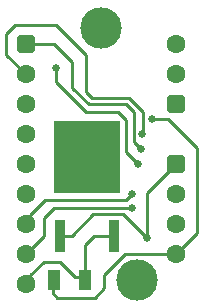
<source format=gbl>
G04*
G04 #@! TF.GenerationSoftware,Altium Limited,Altium Designer,25.1.2 (22)*
G04*
G04 Layer_Physical_Order=2*
G04 Layer_Color=16711680*
%FSLAX25Y25*%
%MOIN*%
G70*
G04*
G04 #@! TF.SameCoordinates,DC056F1D-8049-40C2-8729-A4453FB46455*
G04*
G04*
G04 #@! TF.FilePolarity,Positive*
G04*
G01*
G75*
%ADD16R,0.04331X0.06693*%
%ADD25C,0.01000*%
%ADD26C,0.06299*%
G04:AMPARAMS|DCode=27|XSize=62.99mil|YSize=62.99mil|CornerRadius=15.75mil|HoleSize=0mil|Usage=FLASHONLY|Rotation=270.000|XOffset=0mil|YOffset=0mil|HoleType=Round|Shape=RoundedRectangle|*
%AMROUNDEDRECTD27*
21,1,0.06299,0.03150,0,0,270.0*
21,1,0.03150,0.06299,0,0,270.0*
1,1,0.03150,-0.01575,-0.01575*
1,1,0.03150,-0.01575,0.01575*
1,1,0.03150,0.01575,0.01575*
1,1,0.03150,0.01575,-0.01575*
%
%ADD27ROUNDEDRECTD27*%
%ADD28C,0.13780*%
%ADD29C,0.02500*%
%ADD30R,0.22165X0.23976*%
%ADD31R,0.03819X0.11142*%
D16*
X374882Y266000D02*
D03*
X385118D02*
D03*
D25*
X388500Y260000D02*
X391702Y263202D01*
X376000Y260000D02*
X388500D01*
X391702Y263202D02*
Y267702D01*
X398500Y274500D01*
X415500D01*
X374500Y265618D02*
X374882Y266000D01*
X374500Y261500D02*
Y265618D01*
Y261500D02*
X376000Y260000D01*
X384157Y266962D02*
X385118Y266000D01*
X377000Y272000D02*
X382038Y266962D01*
X371500Y272000D02*
X377000D01*
X382038Y266962D02*
X384157D01*
X365500Y265934D02*
X367038Y267472D01*
Y267538D01*
X371500Y272000D01*
X365500Y264500D02*
Y265934D01*
X385118Y266000D02*
Y277618D01*
X380819Y280819D02*
X387890Y287890D01*
X376984Y280819D02*
X380819D01*
X387890Y287890D02*
X398016D01*
X405905Y280000D01*
X375000Y290000D02*
X401000D01*
X371500Y286500D02*
X375000Y290000D01*
X388319Y280819D02*
X395016D01*
X385118Y277618D02*
X388319Y280819D01*
X371500Y280500D02*
Y286500D01*
X365500Y274500D02*
X371500Y280500D01*
X365500Y274500D02*
X365500D01*
X365500Y284500D02*
Y285934D01*
X367038Y287472D01*
X372000Y292500D02*
X399000D01*
X367038Y287472D02*
Y287538D01*
X372000Y292500D01*
X385500Y322000D02*
X396192D01*
X399000Y319192D01*
Y308500D02*
Y319192D01*
X375594Y331906D02*
X385500Y322000D01*
X399000Y308500D02*
X403000Y304500D01*
X375594Y331906D02*
Y336500D01*
X386500Y324500D02*
X399000D01*
X385500Y328500D02*
X387500Y326500D01*
X400000D01*
X385500Y328500D02*
Y341000D01*
X381000Y330000D02*
X386500Y324500D01*
X381000Y330000D02*
Y338500D01*
X399000Y324500D02*
X401500Y322000D01*
X400000Y326500D02*
X404500Y322000D01*
X401500Y312000D02*
X404000Y309500D01*
X404250Y314500D02*
X404500Y314750D01*
X401500Y312000D02*
Y322000D01*
X404500Y314750D02*
Y322000D01*
X407500Y319500D02*
X413000D01*
X422500Y310000D01*
Y281500D02*
Y310000D01*
X399000Y292500D02*
X401000Y294500D01*
X375500Y351000D02*
X385500Y341000D01*
X359000D02*
X365500Y334500D01*
X359000Y341000D02*
Y348000D01*
X362000Y351000D01*
X375500D01*
X375000Y344500D02*
X381000Y338500D01*
X365500Y344500D02*
X375000D01*
X415500Y274500D02*
X422500Y281500D01*
X405905Y280000D02*
Y294905D01*
X415500Y304500D01*
D26*
X365500Y294500D02*
D03*
Y314500D02*
D03*
Y334500D02*
D03*
Y324500D02*
D03*
Y304500D02*
D03*
Y284500D02*
D03*
Y274500D02*
D03*
Y264500D02*
D03*
X415500Y334500D02*
D03*
Y344500D02*
D03*
Y294500D02*
D03*
Y284500D02*
D03*
Y274500D02*
D03*
D27*
X365500Y344500D02*
D03*
X415500Y324500D02*
D03*
Y304500D02*
D03*
D28*
X390500Y350000D02*
D03*
X402500Y266000D02*
D03*
D29*
X401000Y290000D02*
D03*
X395000Y317000D02*
D03*
X404250Y314500D02*
D03*
X404000Y309500D02*
D03*
X407500Y319500D02*
D03*
X403000Y304500D02*
D03*
X375594Y336500D02*
D03*
X405905Y280000D02*
D03*
X401000Y294500D02*
D03*
D30*
X386000Y307000D02*
D03*
D31*
X376984Y280819D02*
D03*
X395016D02*
D03*
M02*

</source>
